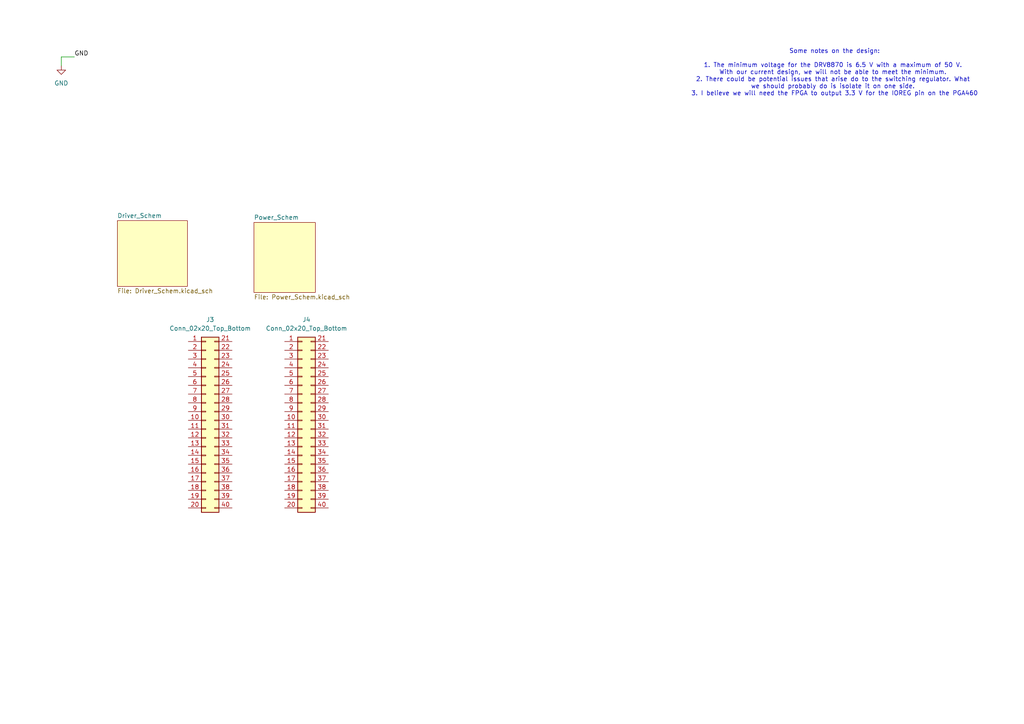
<source format=kicad_sch>
(kicad_sch (version 20250114) (generator "eeschema") (generator_version "9.0")
  (paper "A4")
  (lib_symbols
    (symbol "Connector_Generic:Conn_02x20_Top_Bottom" (pin_names (offset 1.016) (hide yes))
      (property "Reference" "J" (at 1.27 25.4 0))
      (property "Value" "Conn_02x20_Top_Bottom" (at 1.27 -27.94 0))
      (symbol "Conn_02x20_Top_Bottom_1_1"
        (rectangle (start -1.27 24.13) (end 3.81 -26.67) (stroke (width 0.254)) (fill (type background)))
        (rectangle (start -1.27 22.987) (end 0 22.733) (stroke (width 0.1524)))
        (rectangle (start -1.27 20.447) (end 0 20.193) (stroke (width 0.1524)))
        (rectangle (start -1.27 17.907) (end 0 17.653) (stroke (width 0.1524)))
        (rectangle (start -1.27 15.367) (end 0 15.113) (stroke (width 0.1524)))
        (rectangle (start -1.27 12.827) (end 0 12.573) (stroke (width 0.1524)))
        (rectangle (start -1.27 10.287) (end 0 10.033) (stroke (width 0.1524)))
        (rectangle (start -1.27 7.747) (end 0 7.493) (stroke (width 0.1524)))
        (rectangle (start -1.27 5.207) (end 0 4.953) (stroke (width 0.1524)))
        (rectangle (start -1.27 2.667) (end 0 2.413) (stroke (width 0.1524)))
        (rectangle (start -1.27 0.127) (end 0 -0.127) (stroke (width 0.1524)))
        (rectangle (start -1.27 -2.413) (end 0 -2.667) (stroke (width 0.1524)))
        (rectangle (start -1.27 -4.953) (end 0 -5.207) (stroke (width 0.1524)))
        (rectangle (start -1.27 -7.493) (end 0 -7.747) (stroke (width 0.1524)))
        (rectangle (start -1.27 -10.033) (end 0 -10.287) (stroke (width 0.1524)))
        (rectangle (start -1.27 -12.573) (end 0 -12.827) (stroke (width 0.1524)))
        (rectangle (start -1.27 -15.113) (end 0 -15.367) (stroke (width 0.1524)))
        (rectangle (start -1.27 -17.653) (end 0 -17.907) (stroke (width 0.1524)))
        (rectangle (start -1.27 -20.193) (end 0 -20.447) (stroke (width 0.1524)))
        (rectangle (start -1.27 -22.733) (end 0 -22.987) (stroke (width 0.1524)))
        (rectangle (start -1.27 -25.273) (end 0 -25.527) (stroke (width 0.1524)))
        (rectangle (start 3.81 22.987) (end 2.54 22.733) (stroke (width 0.1524)))
        (rectangle (start 3.81 20.447) (end 2.54 20.193) (stroke (width 0.1524)))
        (rectangle (start 3.81 17.907) (end 2.54 17.653) (stroke (width 0.1524)))
        (rectangle (start 3.81 15.367) (end 2.54 15.113) (stroke (width 0.1524)))
        (rectangle (start 3.81 12.827) (end 2.54 12.573) (stroke (width 0.1524)))
        (rectangle (start 3.81 10.287) (end 2.54 10.033) (stroke (width 0.1524)))
        (rectangle (start 3.81 7.747) (end 2.54 7.493) (stroke (width 0.1524)))
        (rectangle (start 3.81 5.207) (end 2.54 4.953) (stroke (width 0.1524)))
        (rectangle (start 3.81 2.667) (end 2.54 2.413) (stroke (width 0.1524)))
        (rectangle (start 3.81 0.127) (end 2.54 -0.127) (stroke (width 0.1524)))
        (rectangle (start 3.81 -2.413) (end 2.54 -2.667) (stroke (width 0.1524)))
        (rectangle (start 3.81 -4.953) (end 2.54 -5.207) (stroke (width 0.1524)))
        (rectangle (start 3.81 -7.493) (end 2.54 -7.747) (stroke (width 0.1524)))
        (rectangle (start 3.81 -10.033) (end 2.54 -10.287) (stroke (width 0.1524)))
        (rectangle (start 3.81 -12.573) (end 2.54 -12.827) (stroke (width 0.1524)))
        (rectangle (start 3.81 -15.113) (end 2.54 -15.367) (stroke (width 0.1524)))
        (rectangle (start 3.81 -17.653) (end 2.54 -17.907) (stroke (width 0.1524)))
        (rectangle (start 3.81 -20.193) (end 2.54 -20.447) (stroke (width 0.1524)))
        (rectangle (start 3.81 -22.733) (end 2.54 -22.987) (stroke (width 0.1524)))
        (rectangle (start 3.81 -25.273) (end 2.54 -25.527) (stroke (width 0.1524)))
        (pin passive line (at -5.08 22.86 0) (length 3.81) (name "Pin_1") (number "1"))
        (pin passive line (at -5.08 20.32 0) (length 3.81) (name "Pin_2") (number "2"))
        (pin passive line (at -5.08 17.78 0) (length 3.81) (name "Pin_3") (number "3"))
        (pin passive line (at -5.08 15.24 0) (length 3.81) (name "Pin_4") (number "4"))
        (pin passive line (at -5.08 12.7 0) (length 3.81) (name "Pin_5") (number "5"))
        (pin passive line (at -5.08 10.16 0) (length 3.81) (name "Pin_6") (number "6"))
        (pin passive line (at -5.08 7.62 0) (length 3.81) (name "Pin_7") (number "7"))
        (pin passive line (at -5.08 5.08 0) (length 3.81) (name "Pin_8") (number "8"))
        (pin passive line (at -5.08 2.54 0) (length 3.81) (name "Pin_9") (number "9"))
        (pin passive line (at -5.08 0 0) (length 3.81) (name "Pin_10") (number "10"))
        (pin passive line (at -5.08 -2.54 0) (length 3.81) (name "Pin_11") (number "11"))
        (pin passive line (at -5.08 -5.08 0) (length 3.81) (name "Pin_12") (number "12"))
        (pin passive line (at -5.08 -7.62 0) (length 3.81) (name "Pin_13") (number "13"))
        (pin passive line (at -5.08 -10.16 0) (length 3.81) (name "Pin_14") (number "14"))
        (pin passive line (at -5.08 -12.7 0) (length 3.81) (name "Pin_15") (number "15"))
        (pin passive line (at -5.08 -15.24 0) (length 3.81) (name "Pin_16") (number "16"))
        (pin passive line (at -5.08 -17.78 0) (length 3.81) (name "Pin_17") (number "17"))
        (pin passive line (at -5.08 -20.32 0) (length 3.81) (name "Pin_18") (number "18"))
        (pin passive line (at -5.08 -22.86 0) (length 3.81) (name "Pin_19") (number "19"))
        (pin passive line (at -5.08 -25.4 0) (length 3.81) (name "Pin_20") (number "20"))
        (pin passive line (at 7.62 22.86 180) (length 3.81) (name "Pin_21") (number "21"))
        (pin passive line (at 7.62 20.32 180) (length 3.81) (name "Pin_22") (number "22"))
        (pin passive line (at 7.62 17.78 180) (length 3.81) (name "Pin_23") (number "23"))
        (pin passive line (at 7.62 15.24 180) (length 3.81) (name "Pin_24") (number "24"))
        (pin passive line (at 7.62 12.7 180) (length 3.81) (name "Pin_25") (number "25"))
        (pin passive line (at 7.62 10.16 180) (length 3.81) (name "Pin_26") (number "26"))
        (pin passive line (at 7.62 7.62 180) (length 3.81) (name "Pin_27") (number "27"))
        (pin passive line (at 7.62 5.08 180) (length 3.81) (name "Pin_28") (number "28"))
        (pin passive line (at 7.62 2.54 180) (length 3.81) (name "Pin_29") (number "29"))
        (pin passive line (at 7.62 0 180) (length 3.81) (name "Pin_30") (number "30"))
        (pin passive line (at 7.62 -2.54 180) (length 3.81) (name "Pin_31") (number "31"))
        (pin passive line (at 7.62 -5.08 180) (length 3.81) (name "Pin_32") (number "32"))
        (pin passive line (at 7.62 -7.62 180) (length 3.81) (name "Pin_33") (number "33"))
        (pin passive line (at 7.62 -10.16 180) (length 3.81) (name "Pin_34") (number "34"))
        (pin passive line (at 7.62 -12.7 180) (length 3.81) (name "Pin_35") (number "35"))
        (pin passive line (at 7.62 -15.24 180) (length 3.81) (name "Pin_36") (number "36"))
        (pin passive line (at 7.62 -17.78 180) (length 3.81) (name "Pin_37") (number "37"))
        (pin passive line (at 7.62 -20.32 180) (length 3.81) (name "Pin_38") (number "38"))
        (pin passive line (at 7.62 -22.86 180) (length 3.81) (name "Pin_39") (number "39"))
        (pin passive line (at 7.62 -25.4 180) (length 3.81) (name "Pin_40") (number "40"))
      )
    )
    (symbol "power:GND" (power) (pin_numbers (hide yes)) (pin_names (offset 0) (hide yes))
      (property "Value" "GND" (at 0 -3.81 0))
      (symbol "GND_0_1"
        (polyline (pts (xy 0 0) (xy 0 -1.27) (xy 1.27 -1.27) (xy 0 -2.54) (xy -1.27 -1.27) (xy 0 -1.27)))
      )
      (symbol "GND_1_1"
        (pin power_in line (at 0 0 270) (length 0) (name "~") (number "1"))
      )
    )
  )
  (text "Some notes on the design:\n\n1. The minimum voltage for the DRV8870 is 6.5 V with a maximum of 50 V. \nWith our current design, we will not be able to meet the minimum. \n2. There could be potential issues that arise do to the switching regulator. What \nwe should probably do is isolate it on one side. \n3. I believe we will need the FPGA to output 3.3 V for the IOREG pin on the PGA460" (at 242.062 21.082 0) (effects (font (size 1.27 1.27))))
  (wire (pts (xy 17.78 16.51) (xy 21.59 16.51)))
  (wire (pts (xy 17.78 19.05) (xy 17.78 16.51)))
  (label "GND" (at 21.59 16.51 0))
  (symbol (lib_id "Connector_Generic:Conn_02x20_Top_Bottom") (at 59.69 121.92 0) (unit 1)
    (property "Reference" "J3" (at 60.96 92.71 0))
    (property "Value" "Conn_02x20_Top_Bottom" (at 60.96 95.25 0))
    (property "Description" "Generic connector, double row, 02x20, top/bottom pin numbering scheme (row 1: 1...pins_per_row, row2: pins_per_row+1 ... num_pins), script generated (kicad-library-utils/schlib/autogen/connector/)" (effects (hide yes)))
  )
  (symbol (lib_id "Connector_Generic:Conn_02x20_Top_Bottom") (at 87.63 121.92 0) (unit 1)
    (property "Reference" "J4" (at 88.9 92.71 0))
    (property "Value" "Conn_02x20_Top_Bottom" (at 88.9 95.25 0))
    (property "Description" "Generic connector, double row, 02x20, top/bottom pin numbering scheme (row 1: 1...pins_per_row, row2: pins_per_row+1 ... num_pins), script generated (kicad-library-utils/schlib/autogen/connector/)" (effects (hide yes)))
  )
  (symbol (lib_id "power:GND") (at 17.78 19.05 0) (unit 1)
    (property "Reference" "#PWR01" (effects (hide yes)))
    (property "Value" "GND" (at 17.78 24.13 0))
    (property "Description" "Power symbol creates a global label with name \"GND\" , ground" (effects (hide yes)))
  )
  (sheet (at 73.66 64.516) (size 17.78 20.32) (stroke (width 0.1524)) (fill (color 255 255 194 1.0000))
    (property "Sheetname" "Power_Schem" (at 73.66 63.8044 0) (effects (justify left bottom)))
    (property "Sheetfile" "Power_Schem.kicad_sch" (at 73.66 85.4206 0) (effects (justify left top)))
  )
  (sheet (at 34.036 64.008) (size 20.32 19.05) (stroke (width 0.1524)) (fill (color 255 255 194 1.0000))
    (property "Sheetname" "Driver_Schem" (at 34.036 63.2964 0) (effects (justify left bottom)))
    (property "Sheetfile" "Driver_Schem.kicad_sch" (at 34.036 83.6426 0) (effects (justify left top)))
  )
)
</source>
